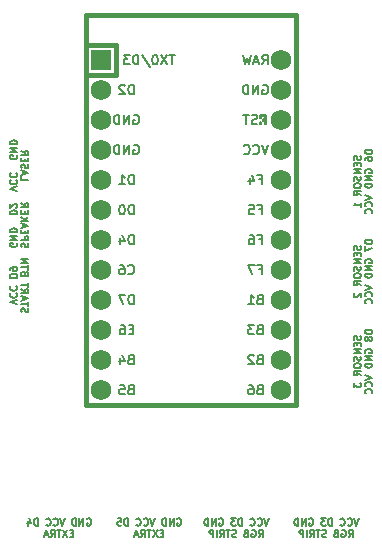
<source format=gbo>
G04 #@! TF.GenerationSoftware,KiCad,Pcbnew,(6.0.9-0)*
G04 #@! TF.CreationDate,2023-02-26T13:48:30+01:00*
G04 #@! TF.ProjectId,pro_micro_shield,70726f5f-6d69-4637-926f-5f736869656c,rev?*
G04 #@! TF.SameCoordinates,Original*
G04 #@! TF.FileFunction,Legend,Bot*
G04 #@! TF.FilePolarity,Positive*
%FSLAX46Y46*%
G04 Gerber Fmt 4.6, Leading zero omitted, Abs format (unit mm)*
G04 Created by KiCad (PCBNEW (6.0.9-0)) date 2023-02-26 13:48:30*
%MOMM*%
%LPD*%
G01*
G04 APERTURE LIST*
%ADD10C,0.150000*%
%ADD11C,0.381000*%
%ADD12R,1.752600X1.752600*%
%ADD13C,1.752600*%
G04 APERTURE END LIST*
D10*
X188837457Y-81140571D02*
X188866028Y-81226285D01*
X188866028Y-81369142D01*
X188837457Y-81426285D01*
X188808885Y-81454857D01*
X188751742Y-81483428D01*
X188694600Y-81483428D01*
X188637457Y-81454857D01*
X188608885Y-81426285D01*
X188580314Y-81369142D01*
X188551742Y-81254857D01*
X188523171Y-81197714D01*
X188494600Y-81169142D01*
X188437457Y-81140571D01*
X188380314Y-81140571D01*
X188323171Y-81169142D01*
X188294600Y-81197714D01*
X188266028Y-81254857D01*
X188266028Y-81397714D01*
X188294600Y-81483428D01*
X188551742Y-81740571D02*
X188551742Y-81940571D01*
X188866028Y-82026285D02*
X188866028Y-81740571D01*
X188266028Y-81740571D01*
X188266028Y-82026285D01*
X188866028Y-82283428D02*
X188266028Y-82283428D01*
X188866028Y-82626285D01*
X188266028Y-82626285D01*
X188837457Y-82883428D02*
X188866028Y-82969142D01*
X188866028Y-83112000D01*
X188837457Y-83169142D01*
X188808885Y-83197714D01*
X188751742Y-83226285D01*
X188694600Y-83226285D01*
X188637457Y-83197714D01*
X188608885Y-83169142D01*
X188580314Y-83112000D01*
X188551742Y-82997714D01*
X188523171Y-82940571D01*
X188494600Y-82912000D01*
X188437457Y-82883428D01*
X188380314Y-82883428D01*
X188323171Y-82912000D01*
X188294600Y-82940571D01*
X188266028Y-82997714D01*
X188266028Y-83140571D01*
X188294600Y-83226285D01*
X188266028Y-83597714D02*
X188266028Y-83712000D01*
X188294600Y-83769142D01*
X188351742Y-83826285D01*
X188466028Y-83854857D01*
X188666028Y-83854857D01*
X188780314Y-83826285D01*
X188837457Y-83769142D01*
X188866028Y-83712000D01*
X188866028Y-83597714D01*
X188837457Y-83540571D01*
X188780314Y-83483428D01*
X188666028Y-83454857D01*
X188466028Y-83454857D01*
X188351742Y-83483428D01*
X188294600Y-83540571D01*
X188266028Y-83597714D01*
X188866028Y-84454857D02*
X188580314Y-84254857D01*
X188866028Y-84112000D02*
X188266028Y-84112000D01*
X188266028Y-84340571D01*
X188294600Y-84397714D01*
X188323171Y-84426285D01*
X188380314Y-84454857D01*
X188466028Y-84454857D01*
X188523171Y-84426285D01*
X188551742Y-84397714D01*
X188580314Y-84340571D01*
X188580314Y-84112000D01*
X188866028Y-85483428D02*
X188866028Y-85140571D01*
X188866028Y-85312000D02*
X188266028Y-85312000D01*
X188351742Y-85254857D01*
X188408885Y-85197714D01*
X188437457Y-85140571D01*
X189832028Y-80640571D02*
X189232028Y-80640571D01*
X189232028Y-80783428D01*
X189260600Y-80869142D01*
X189317742Y-80926285D01*
X189374885Y-80954857D01*
X189489171Y-80983428D01*
X189574885Y-80983428D01*
X189689171Y-80954857D01*
X189746314Y-80926285D01*
X189803457Y-80869142D01*
X189832028Y-80783428D01*
X189832028Y-80640571D01*
X189232028Y-81497714D02*
X189232028Y-81383428D01*
X189260600Y-81326285D01*
X189289171Y-81297714D01*
X189374885Y-81240571D01*
X189489171Y-81212000D01*
X189717742Y-81212000D01*
X189774885Y-81240571D01*
X189803457Y-81269142D01*
X189832028Y-81326285D01*
X189832028Y-81440571D01*
X189803457Y-81497714D01*
X189774885Y-81526285D01*
X189717742Y-81554857D01*
X189574885Y-81554857D01*
X189517742Y-81526285D01*
X189489171Y-81497714D01*
X189460600Y-81440571D01*
X189460600Y-81326285D01*
X189489171Y-81269142D01*
X189517742Y-81240571D01*
X189574885Y-81212000D01*
X189260600Y-82583428D02*
X189232028Y-82526285D01*
X189232028Y-82440571D01*
X189260600Y-82354857D01*
X189317742Y-82297714D01*
X189374885Y-82269142D01*
X189489171Y-82240571D01*
X189574885Y-82240571D01*
X189689171Y-82269142D01*
X189746314Y-82297714D01*
X189803457Y-82354857D01*
X189832028Y-82440571D01*
X189832028Y-82497714D01*
X189803457Y-82583428D01*
X189774885Y-82612000D01*
X189574885Y-82612000D01*
X189574885Y-82497714D01*
X189832028Y-82869142D02*
X189232028Y-82869142D01*
X189832028Y-83212000D01*
X189232028Y-83212000D01*
X189832028Y-83497714D02*
X189232028Y-83497714D01*
X189232028Y-83640571D01*
X189260600Y-83726285D01*
X189317742Y-83783428D01*
X189374885Y-83812000D01*
X189489171Y-83840571D01*
X189574885Y-83840571D01*
X189689171Y-83812000D01*
X189746314Y-83783428D01*
X189803457Y-83726285D01*
X189832028Y-83640571D01*
X189832028Y-83497714D01*
X189232028Y-84469142D02*
X189832028Y-84669142D01*
X189232028Y-84869142D01*
X189774885Y-85412000D02*
X189803457Y-85383428D01*
X189832028Y-85297714D01*
X189832028Y-85240571D01*
X189803457Y-85154857D01*
X189746314Y-85097714D01*
X189689171Y-85069142D01*
X189574885Y-85040571D01*
X189489171Y-85040571D01*
X189374885Y-85069142D01*
X189317742Y-85097714D01*
X189260600Y-85154857D01*
X189232028Y-85240571D01*
X189232028Y-85297714D01*
X189260600Y-85383428D01*
X189289171Y-85412000D01*
X189774885Y-86012000D02*
X189803457Y-85983428D01*
X189832028Y-85897714D01*
X189832028Y-85840571D01*
X189803457Y-85754857D01*
X189746314Y-85697714D01*
X189689171Y-85669142D01*
X189574885Y-85640571D01*
X189489171Y-85640571D01*
X189374885Y-85669142D01*
X189317742Y-85697714D01*
X189260600Y-85754857D01*
X189232028Y-85840571D01*
X189232028Y-85897714D01*
X189260600Y-85983428D01*
X189289171Y-86012000D01*
X160158542Y-88891828D02*
X160129971Y-88806114D01*
X160129971Y-88663257D01*
X160158542Y-88606114D01*
X160187114Y-88577542D01*
X160244257Y-88548971D01*
X160301400Y-88548971D01*
X160358542Y-88577542D01*
X160387114Y-88606114D01*
X160415685Y-88663257D01*
X160444257Y-88777542D01*
X160472828Y-88834685D01*
X160501400Y-88863257D01*
X160558542Y-88891828D01*
X160615685Y-88891828D01*
X160672828Y-88863257D01*
X160701400Y-88834685D01*
X160729971Y-88777542D01*
X160729971Y-88634685D01*
X160701400Y-88548971D01*
X160129971Y-88291828D02*
X160729971Y-88291828D01*
X160729971Y-88063257D01*
X160701400Y-88006114D01*
X160672828Y-87977542D01*
X160615685Y-87948971D01*
X160529971Y-87948971D01*
X160472828Y-87977542D01*
X160444257Y-88006114D01*
X160415685Y-88063257D01*
X160415685Y-88291828D01*
X160444257Y-87691828D02*
X160444257Y-87491828D01*
X160129971Y-87406114D02*
X160129971Y-87691828D01*
X160729971Y-87691828D01*
X160729971Y-87406114D01*
X160301400Y-87177542D02*
X160301400Y-86891828D01*
X160129971Y-87234685D02*
X160729971Y-87034685D01*
X160129971Y-86834685D01*
X160129971Y-86634685D02*
X160729971Y-86634685D01*
X160129971Y-86291828D02*
X160472828Y-86548971D01*
X160729971Y-86291828D02*
X160387114Y-86634685D01*
X160444257Y-86034685D02*
X160444257Y-85834685D01*
X160129971Y-85748971D02*
X160129971Y-86034685D01*
X160729971Y-86034685D01*
X160729971Y-85748971D01*
X160129971Y-85148971D02*
X160415685Y-85348971D01*
X160129971Y-85491828D02*
X160729971Y-85491828D01*
X160729971Y-85263257D01*
X160701400Y-85206114D01*
X160672828Y-85177542D01*
X160615685Y-85148971D01*
X160529971Y-85148971D01*
X160472828Y-85177542D01*
X160444257Y-85206114D01*
X160415685Y-85263257D01*
X160415685Y-85491828D01*
X159735400Y-88520400D02*
X159763971Y-88577542D01*
X159763971Y-88663257D01*
X159735400Y-88748971D01*
X159678257Y-88806114D01*
X159621114Y-88834685D01*
X159506828Y-88863257D01*
X159421114Y-88863257D01*
X159306828Y-88834685D01*
X159249685Y-88806114D01*
X159192542Y-88748971D01*
X159163971Y-88663257D01*
X159163971Y-88606114D01*
X159192542Y-88520400D01*
X159221114Y-88491828D01*
X159421114Y-88491828D01*
X159421114Y-88606114D01*
X159163971Y-88234685D02*
X159763971Y-88234685D01*
X159163971Y-87891828D01*
X159763971Y-87891828D01*
X159163971Y-87606114D02*
X159763971Y-87606114D01*
X159763971Y-87463257D01*
X159735400Y-87377542D01*
X159678257Y-87320400D01*
X159621114Y-87291828D01*
X159506828Y-87263257D01*
X159421114Y-87263257D01*
X159306828Y-87291828D01*
X159249685Y-87320400D01*
X159192542Y-87377542D01*
X159163971Y-87463257D01*
X159163971Y-87606114D01*
X159163971Y-86091828D02*
X159763971Y-86091828D01*
X159763971Y-85948971D01*
X159735400Y-85863257D01*
X159678257Y-85806114D01*
X159621114Y-85777542D01*
X159506828Y-85748971D01*
X159421114Y-85748971D01*
X159306828Y-85777542D01*
X159249685Y-85806114D01*
X159192542Y-85863257D01*
X159163971Y-85948971D01*
X159163971Y-86091828D01*
X159706828Y-85520400D02*
X159735400Y-85491828D01*
X159763971Y-85434685D01*
X159763971Y-85291828D01*
X159735400Y-85234685D01*
X159706828Y-85206114D01*
X159649685Y-85177542D01*
X159592542Y-85177542D01*
X159506828Y-85206114D01*
X159163971Y-85548971D01*
X159163971Y-85177542D01*
X165671942Y-111866000D02*
X165729085Y-111837428D01*
X165814800Y-111837428D01*
X165900514Y-111866000D01*
X165957657Y-111923142D01*
X165986228Y-111980285D01*
X166014800Y-112094571D01*
X166014800Y-112180285D01*
X165986228Y-112294571D01*
X165957657Y-112351714D01*
X165900514Y-112408857D01*
X165814800Y-112437428D01*
X165757657Y-112437428D01*
X165671942Y-112408857D01*
X165643371Y-112380285D01*
X165643371Y-112180285D01*
X165757657Y-112180285D01*
X165386228Y-112437428D02*
X165386228Y-111837428D01*
X165043371Y-112437428D01*
X165043371Y-111837428D01*
X164757657Y-112437428D02*
X164757657Y-111837428D01*
X164614800Y-111837428D01*
X164529085Y-111866000D01*
X164471942Y-111923142D01*
X164443371Y-111980285D01*
X164414800Y-112094571D01*
X164414800Y-112180285D01*
X164443371Y-112294571D01*
X164471942Y-112351714D01*
X164529085Y-112408857D01*
X164614800Y-112437428D01*
X164757657Y-112437428D01*
X163786228Y-111837428D02*
X163586228Y-112437428D01*
X163386228Y-111837428D01*
X162843371Y-112380285D02*
X162871942Y-112408857D01*
X162957657Y-112437428D01*
X163014800Y-112437428D01*
X163100514Y-112408857D01*
X163157657Y-112351714D01*
X163186228Y-112294571D01*
X163214800Y-112180285D01*
X163214800Y-112094571D01*
X163186228Y-111980285D01*
X163157657Y-111923142D01*
X163100514Y-111866000D01*
X163014800Y-111837428D01*
X162957657Y-111837428D01*
X162871942Y-111866000D01*
X162843371Y-111894571D01*
X162243371Y-112380285D02*
X162271942Y-112408857D01*
X162357657Y-112437428D01*
X162414800Y-112437428D01*
X162500514Y-112408857D01*
X162557657Y-112351714D01*
X162586228Y-112294571D01*
X162614800Y-112180285D01*
X162614800Y-112094571D01*
X162586228Y-111980285D01*
X162557657Y-111923142D01*
X162500514Y-111866000D01*
X162414800Y-111837428D01*
X162357657Y-111837428D01*
X162271942Y-111866000D01*
X162243371Y-111894571D01*
X161529085Y-112437428D02*
X161529085Y-111837428D01*
X161386228Y-111837428D01*
X161300514Y-111866000D01*
X161243371Y-111923142D01*
X161214800Y-111980285D01*
X161186228Y-112094571D01*
X161186228Y-112180285D01*
X161214800Y-112294571D01*
X161243371Y-112351714D01*
X161300514Y-112408857D01*
X161386228Y-112437428D01*
X161529085Y-112437428D01*
X160671942Y-112037428D02*
X160671942Y-112437428D01*
X160814800Y-111808857D02*
X160957657Y-112237428D01*
X160586228Y-112237428D01*
X164514800Y-113089142D02*
X164314800Y-113089142D01*
X164229085Y-113403428D02*
X164514800Y-113403428D01*
X164514800Y-112803428D01*
X164229085Y-112803428D01*
X164029085Y-112803428D02*
X163629085Y-113403428D01*
X163629085Y-112803428D02*
X164029085Y-113403428D01*
X163486228Y-112803428D02*
X163143371Y-112803428D01*
X163314800Y-113403428D02*
X163314800Y-112803428D01*
X162600514Y-113403428D02*
X162800514Y-113117714D01*
X162943371Y-113403428D02*
X162943371Y-112803428D01*
X162714800Y-112803428D01*
X162657657Y-112832000D01*
X162629085Y-112860571D01*
X162600514Y-112917714D01*
X162600514Y-113003428D01*
X162629085Y-113060571D01*
X162657657Y-113089142D01*
X162714800Y-113117714D01*
X162943371Y-113117714D01*
X162371942Y-113232000D02*
X162086228Y-113232000D01*
X162429085Y-113403428D02*
X162229085Y-112803428D01*
X162029085Y-113403428D01*
X181065142Y-111837428D02*
X180865142Y-112437428D01*
X180665142Y-111837428D01*
X180122285Y-112380285D02*
X180150857Y-112408857D01*
X180236571Y-112437428D01*
X180293714Y-112437428D01*
X180379428Y-112408857D01*
X180436571Y-112351714D01*
X180465142Y-112294571D01*
X180493714Y-112180285D01*
X180493714Y-112094571D01*
X180465142Y-111980285D01*
X180436571Y-111923142D01*
X180379428Y-111866000D01*
X180293714Y-111837428D01*
X180236571Y-111837428D01*
X180150857Y-111866000D01*
X180122285Y-111894571D01*
X179522285Y-112380285D02*
X179550857Y-112408857D01*
X179636571Y-112437428D01*
X179693714Y-112437428D01*
X179779428Y-112408857D01*
X179836571Y-112351714D01*
X179865142Y-112294571D01*
X179893714Y-112180285D01*
X179893714Y-112094571D01*
X179865142Y-111980285D01*
X179836571Y-111923142D01*
X179779428Y-111866000D01*
X179693714Y-111837428D01*
X179636571Y-111837428D01*
X179550857Y-111866000D01*
X179522285Y-111894571D01*
X178808000Y-112437428D02*
X178808000Y-111837428D01*
X178665142Y-111837428D01*
X178579428Y-111866000D01*
X178522285Y-111923142D01*
X178493714Y-111980285D01*
X178465142Y-112094571D01*
X178465142Y-112180285D01*
X178493714Y-112294571D01*
X178522285Y-112351714D01*
X178579428Y-112408857D01*
X178665142Y-112437428D01*
X178808000Y-112437428D01*
X178265142Y-111837428D02*
X177893714Y-111837428D01*
X178093714Y-112066000D01*
X178008000Y-112066000D01*
X177950857Y-112094571D01*
X177922285Y-112123142D01*
X177893714Y-112180285D01*
X177893714Y-112323142D01*
X177922285Y-112380285D01*
X177950857Y-112408857D01*
X178008000Y-112437428D01*
X178179428Y-112437428D01*
X178236571Y-112408857D01*
X178265142Y-112380285D01*
X176865142Y-111866000D02*
X176922285Y-111837428D01*
X177008000Y-111837428D01*
X177093714Y-111866000D01*
X177150857Y-111923142D01*
X177179428Y-111980285D01*
X177208000Y-112094571D01*
X177208000Y-112180285D01*
X177179428Y-112294571D01*
X177150857Y-112351714D01*
X177093714Y-112408857D01*
X177008000Y-112437428D01*
X176950857Y-112437428D01*
X176865142Y-112408857D01*
X176836571Y-112380285D01*
X176836571Y-112180285D01*
X176950857Y-112180285D01*
X176579428Y-112437428D02*
X176579428Y-111837428D01*
X176236571Y-112437428D01*
X176236571Y-111837428D01*
X175950857Y-112437428D02*
X175950857Y-111837428D01*
X175808000Y-111837428D01*
X175722285Y-111866000D01*
X175665142Y-111923142D01*
X175636571Y-111980285D01*
X175608000Y-112094571D01*
X175608000Y-112180285D01*
X175636571Y-112294571D01*
X175665142Y-112351714D01*
X175722285Y-112408857D01*
X175808000Y-112437428D01*
X175950857Y-112437428D01*
X180208000Y-113403428D02*
X180408000Y-113117714D01*
X180550857Y-113403428D02*
X180550857Y-112803428D01*
X180322285Y-112803428D01*
X180265142Y-112832000D01*
X180236571Y-112860571D01*
X180208000Y-112917714D01*
X180208000Y-113003428D01*
X180236571Y-113060571D01*
X180265142Y-113089142D01*
X180322285Y-113117714D01*
X180550857Y-113117714D01*
X179636571Y-112832000D02*
X179693714Y-112803428D01*
X179779428Y-112803428D01*
X179865142Y-112832000D01*
X179922285Y-112889142D01*
X179950857Y-112946285D01*
X179979428Y-113060571D01*
X179979428Y-113146285D01*
X179950857Y-113260571D01*
X179922285Y-113317714D01*
X179865142Y-113374857D01*
X179779428Y-113403428D01*
X179722285Y-113403428D01*
X179636571Y-113374857D01*
X179608000Y-113346285D01*
X179608000Y-113146285D01*
X179722285Y-113146285D01*
X179150857Y-113089142D02*
X179065142Y-113117714D01*
X179036571Y-113146285D01*
X179008000Y-113203428D01*
X179008000Y-113289142D01*
X179036571Y-113346285D01*
X179065142Y-113374857D01*
X179122285Y-113403428D01*
X179350857Y-113403428D01*
X179350857Y-112803428D01*
X179150857Y-112803428D01*
X179093714Y-112832000D01*
X179065142Y-112860571D01*
X179036571Y-112917714D01*
X179036571Y-112974857D01*
X179065142Y-113032000D01*
X179093714Y-113060571D01*
X179150857Y-113089142D01*
X179350857Y-113089142D01*
X178322285Y-113374857D02*
X178236571Y-113403428D01*
X178093714Y-113403428D01*
X178036571Y-113374857D01*
X178008000Y-113346285D01*
X177979428Y-113289142D01*
X177979428Y-113232000D01*
X178008000Y-113174857D01*
X178036571Y-113146285D01*
X178093714Y-113117714D01*
X178208000Y-113089142D01*
X178265142Y-113060571D01*
X178293714Y-113032000D01*
X178322285Y-112974857D01*
X178322285Y-112917714D01*
X178293714Y-112860571D01*
X178265142Y-112832000D01*
X178208000Y-112803428D01*
X178065142Y-112803428D01*
X177979428Y-112832000D01*
X177808000Y-112803428D02*
X177465142Y-112803428D01*
X177636571Y-113403428D02*
X177636571Y-112803428D01*
X176922285Y-113403428D02*
X177122285Y-113117714D01*
X177265142Y-113403428D02*
X177265142Y-112803428D01*
X177036571Y-112803428D01*
X176979428Y-112832000D01*
X176950857Y-112860571D01*
X176922285Y-112917714D01*
X176922285Y-113003428D01*
X176950857Y-113060571D01*
X176979428Y-113089142D01*
X177036571Y-113117714D01*
X177265142Y-113117714D01*
X176665142Y-113403428D02*
X176665142Y-112803428D01*
X176379428Y-113403428D02*
X176379428Y-112803428D01*
X176150857Y-112803428D01*
X176093714Y-112832000D01*
X176065142Y-112860571D01*
X176036571Y-112917714D01*
X176036571Y-113003428D01*
X176065142Y-113060571D01*
X176093714Y-113089142D01*
X176150857Y-113117714D01*
X176379428Y-113117714D01*
X188837457Y-96380571D02*
X188866028Y-96466285D01*
X188866028Y-96609142D01*
X188837457Y-96666285D01*
X188808885Y-96694857D01*
X188751742Y-96723428D01*
X188694600Y-96723428D01*
X188637457Y-96694857D01*
X188608885Y-96666285D01*
X188580314Y-96609142D01*
X188551742Y-96494857D01*
X188523171Y-96437714D01*
X188494600Y-96409142D01*
X188437457Y-96380571D01*
X188380314Y-96380571D01*
X188323171Y-96409142D01*
X188294600Y-96437714D01*
X188266028Y-96494857D01*
X188266028Y-96637714D01*
X188294600Y-96723428D01*
X188551742Y-96980571D02*
X188551742Y-97180571D01*
X188866028Y-97266285D02*
X188866028Y-96980571D01*
X188266028Y-96980571D01*
X188266028Y-97266285D01*
X188866028Y-97523428D02*
X188266028Y-97523428D01*
X188866028Y-97866285D01*
X188266028Y-97866285D01*
X188837457Y-98123428D02*
X188866028Y-98209142D01*
X188866028Y-98352000D01*
X188837457Y-98409142D01*
X188808885Y-98437714D01*
X188751742Y-98466285D01*
X188694600Y-98466285D01*
X188637457Y-98437714D01*
X188608885Y-98409142D01*
X188580314Y-98352000D01*
X188551742Y-98237714D01*
X188523171Y-98180571D01*
X188494600Y-98152000D01*
X188437457Y-98123428D01*
X188380314Y-98123428D01*
X188323171Y-98152000D01*
X188294600Y-98180571D01*
X188266028Y-98237714D01*
X188266028Y-98380571D01*
X188294600Y-98466285D01*
X188266028Y-98837714D02*
X188266028Y-98952000D01*
X188294600Y-99009142D01*
X188351742Y-99066285D01*
X188466028Y-99094857D01*
X188666028Y-99094857D01*
X188780314Y-99066285D01*
X188837457Y-99009142D01*
X188866028Y-98952000D01*
X188866028Y-98837714D01*
X188837457Y-98780571D01*
X188780314Y-98723428D01*
X188666028Y-98694857D01*
X188466028Y-98694857D01*
X188351742Y-98723428D01*
X188294600Y-98780571D01*
X188266028Y-98837714D01*
X188866028Y-99694857D02*
X188580314Y-99494857D01*
X188866028Y-99352000D02*
X188266028Y-99352000D01*
X188266028Y-99580571D01*
X188294600Y-99637714D01*
X188323171Y-99666285D01*
X188380314Y-99694857D01*
X188466028Y-99694857D01*
X188523171Y-99666285D01*
X188551742Y-99637714D01*
X188580314Y-99580571D01*
X188580314Y-99352000D01*
X188266028Y-100352000D02*
X188266028Y-100723428D01*
X188494600Y-100523428D01*
X188494600Y-100609142D01*
X188523171Y-100666285D01*
X188551742Y-100694857D01*
X188608885Y-100723428D01*
X188751742Y-100723428D01*
X188808885Y-100694857D01*
X188837457Y-100666285D01*
X188866028Y-100609142D01*
X188866028Y-100437714D01*
X188837457Y-100380571D01*
X188808885Y-100352000D01*
X189832028Y-95880571D02*
X189232028Y-95880571D01*
X189232028Y-96023428D01*
X189260600Y-96109142D01*
X189317742Y-96166285D01*
X189374885Y-96194857D01*
X189489171Y-96223428D01*
X189574885Y-96223428D01*
X189689171Y-96194857D01*
X189746314Y-96166285D01*
X189803457Y-96109142D01*
X189832028Y-96023428D01*
X189832028Y-95880571D01*
X189489171Y-96566285D02*
X189460600Y-96509142D01*
X189432028Y-96480571D01*
X189374885Y-96452000D01*
X189346314Y-96452000D01*
X189289171Y-96480571D01*
X189260600Y-96509142D01*
X189232028Y-96566285D01*
X189232028Y-96680571D01*
X189260600Y-96737714D01*
X189289171Y-96766285D01*
X189346314Y-96794857D01*
X189374885Y-96794857D01*
X189432028Y-96766285D01*
X189460600Y-96737714D01*
X189489171Y-96680571D01*
X189489171Y-96566285D01*
X189517742Y-96509142D01*
X189546314Y-96480571D01*
X189603457Y-96452000D01*
X189717742Y-96452000D01*
X189774885Y-96480571D01*
X189803457Y-96509142D01*
X189832028Y-96566285D01*
X189832028Y-96680571D01*
X189803457Y-96737714D01*
X189774885Y-96766285D01*
X189717742Y-96794857D01*
X189603457Y-96794857D01*
X189546314Y-96766285D01*
X189517742Y-96737714D01*
X189489171Y-96680571D01*
X189260600Y-97823428D02*
X189232028Y-97766285D01*
X189232028Y-97680571D01*
X189260600Y-97594857D01*
X189317742Y-97537714D01*
X189374885Y-97509142D01*
X189489171Y-97480571D01*
X189574885Y-97480571D01*
X189689171Y-97509142D01*
X189746314Y-97537714D01*
X189803457Y-97594857D01*
X189832028Y-97680571D01*
X189832028Y-97737714D01*
X189803457Y-97823428D01*
X189774885Y-97852000D01*
X189574885Y-97852000D01*
X189574885Y-97737714D01*
X189832028Y-98109142D02*
X189232028Y-98109142D01*
X189832028Y-98452000D01*
X189232028Y-98452000D01*
X189832028Y-98737714D02*
X189232028Y-98737714D01*
X189232028Y-98880571D01*
X189260600Y-98966285D01*
X189317742Y-99023428D01*
X189374885Y-99052000D01*
X189489171Y-99080571D01*
X189574885Y-99080571D01*
X189689171Y-99052000D01*
X189746314Y-99023428D01*
X189803457Y-98966285D01*
X189832028Y-98880571D01*
X189832028Y-98737714D01*
X189232028Y-99709142D02*
X189832028Y-99909142D01*
X189232028Y-100109142D01*
X189774885Y-100652000D02*
X189803457Y-100623428D01*
X189832028Y-100537714D01*
X189832028Y-100480571D01*
X189803457Y-100394857D01*
X189746314Y-100337714D01*
X189689171Y-100309142D01*
X189574885Y-100280571D01*
X189489171Y-100280571D01*
X189374885Y-100309142D01*
X189317742Y-100337714D01*
X189260600Y-100394857D01*
X189232028Y-100480571D01*
X189232028Y-100537714D01*
X189260600Y-100623428D01*
X189289171Y-100652000D01*
X189774885Y-101252000D02*
X189803457Y-101223428D01*
X189832028Y-101137714D01*
X189832028Y-101080571D01*
X189803457Y-100994857D01*
X189746314Y-100937714D01*
X189689171Y-100909142D01*
X189574885Y-100880571D01*
X189489171Y-100880571D01*
X189374885Y-100909142D01*
X189317742Y-100937714D01*
X189260600Y-100994857D01*
X189232028Y-101080571D01*
X189232028Y-101137714D01*
X189260600Y-101223428D01*
X189289171Y-101252000D01*
X160158542Y-94357542D02*
X160129971Y-94271828D01*
X160129971Y-94128971D01*
X160158542Y-94071828D01*
X160187114Y-94043257D01*
X160244257Y-94014685D01*
X160301400Y-94014685D01*
X160358542Y-94043257D01*
X160387114Y-94071828D01*
X160415685Y-94128971D01*
X160444257Y-94243257D01*
X160472828Y-94300400D01*
X160501400Y-94328971D01*
X160558542Y-94357542D01*
X160615685Y-94357542D01*
X160672828Y-94328971D01*
X160701400Y-94300400D01*
X160729971Y-94243257D01*
X160729971Y-94100400D01*
X160701400Y-94014685D01*
X160729971Y-93843257D02*
X160729971Y-93500400D01*
X160129971Y-93671828D02*
X160729971Y-93671828D01*
X160301400Y-93328971D02*
X160301400Y-93043257D01*
X160129971Y-93386114D02*
X160729971Y-93186114D01*
X160129971Y-92986114D01*
X160129971Y-92443257D02*
X160415685Y-92643257D01*
X160129971Y-92786114D02*
X160729971Y-92786114D01*
X160729971Y-92557542D01*
X160701400Y-92500400D01*
X160672828Y-92471828D01*
X160615685Y-92443257D01*
X160529971Y-92443257D01*
X160472828Y-92471828D01*
X160444257Y-92500400D01*
X160415685Y-92557542D01*
X160415685Y-92786114D01*
X160729971Y-92271828D02*
X160729971Y-91928971D01*
X160129971Y-92100400D02*
X160729971Y-92100400D01*
X160444257Y-91071828D02*
X160415685Y-90986114D01*
X160387114Y-90957542D01*
X160329971Y-90928971D01*
X160244257Y-90928971D01*
X160187114Y-90957542D01*
X160158542Y-90986114D01*
X160129971Y-91043257D01*
X160129971Y-91271828D01*
X160729971Y-91271828D01*
X160729971Y-91071828D01*
X160701400Y-91014685D01*
X160672828Y-90986114D01*
X160615685Y-90957542D01*
X160558542Y-90957542D01*
X160501400Y-90986114D01*
X160472828Y-91014685D01*
X160444257Y-91071828D01*
X160444257Y-91271828D01*
X160729971Y-90757542D02*
X160729971Y-90414685D01*
X160129971Y-90586114D02*
X160729971Y-90586114D01*
X160129971Y-90214685D02*
X160729971Y-90214685D01*
X160129971Y-89871828D01*
X160729971Y-89871828D01*
X159763971Y-93714685D02*
X159163971Y-93514685D01*
X159763971Y-93314685D01*
X159221114Y-92771828D02*
X159192542Y-92800400D01*
X159163971Y-92886114D01*
X159163971Y-92943257D01*
X159192542Y-93028971D01*
X159249685Y-93086114D01*
X159306828Y-93114685D01*
X159421114Y-93143257D01*
X159506828Y-93143257D01*
X159621114Y-93114685D01*
X159678257Y-93086114D01*
X159735400Y-93028971D01*
X159763971Y-92943257D01*
X159763971Y-92886114D01*
X159735400Y-92800400D01*
X159706828Y-92771828D01*
X159221114Y-92171828D02*
X159192542Y-92200400D01*
X159163971Y-92286114D01*
X159163971Y-92343257D01*
X159192542Y-92428971D01*
X159249685Y-92486114D01*
X159306828Y-92514685D01*
X159421114Y-92543257D01*
X159506828Y-92543257D01*
X159621114Y-92514685D01*
X159678257Y-92486114D01*
X159735400Y-92428971D01*
X159763971Y-92343257D01*
X159763971Y-92286114D01*
X159735400Y-92200400D01*
X159706828Y-92171828D01*
X159163971Y-91457542D02*
X159763971Y-91457542D01*
X159763971Y-91314685D01*
X159735400Y-91228971D01*
X159678257Y-91171828D01*
X159621114Y-91143257D01*
X159506828Y-91114685D01*
X159421114Y-91114685D01*
X159306828Y-91143257D01*
X159249685Y-91171828D01*
X159192542Y-91228971D01*
X159163971Y-91314685D01*
X159163971Y-91457542D01*
X159163971Y-90828971D02*
X159163971Y-90714685D01*
X159192542Y-90657542D01*
X159221114Y-90628971D01*
X159306828Y-90571828D01*
X159421114Y-90543257D01*
X159649685Y-90543257D01*
X159706828Y-90571828D01*
X159735400Y-90600400D01*
X159763971Y-90657542D01*
X159763971Y-90771828D01*
X159735400Y-90828971D01*
X159706828Y-90857542D01*
X159649685Y-90886114D01*
X159506828Y-90886114D01*
X159449685Y-90857542D01*
X159421114Y-90828971D01*
X159392542Y-90771828D01*
X159392542Y-90657542D01*
X159421114Y-90600400D01*
X159449685Y-90571828D01*
X159506828Y-90543257D01*
X188837457Y-88760571D02*
X188866028Y-88846285D01*
X188866028Y-88989142D01*
X188837457Y-89046285D01*
X188808885Y-89074857D01*
X188751742Y-89103428D01*
X188694600Y-89103428D01*
X188637457Y-89074857D01*
X188608885Y-89046285D01*
X188580314Y-88989142D01*
X188551742Y-88874857D01*
X188523171Y-88817714D01*
X188494600Y-88789142D01*
X188437457Y-88760571D01*
X188380314Y-88760571D01*
X188323171Y-88789142D01*
X188294600Y-88817714D01*
X188266028Y-88874857D01*
X188266028Y-89017714D01*
X188294600Y-89103428D01*
X188551742Y-89360571D02*
X188551742Y-89560571D01*
X188866028Y-89646285D02*
X188866028Y-89360571D01*
X188266028Y-89360571D01*
X188266028Y-89646285D01*
X188866028Y-89903428D02*
X188266028Y-89903428D01*
X188866028Y-90246285D01*
X188266028Y-90246285D01*
X188837457Y-90503428D02*
X188866028Y-90589142D01*
X188866028Y-90732000D01*
X188837457Y-90789142D01*
X188808885Y-90817714D01*
X188751742Y-90846285D01*
X188694600Y-90846285D01*
X188637457Y-90817714D01*
X188608885Y-90789142D01*
X188580314Y-90732000D01*
X188551742Y-90617714D01*
X188523171Y-90560571D01*
X188494600Y-90532000D01*
X188437457Y-90503428D01*
X188380314Y-90503428D01*
X188323171Y-90532000D01*
X188294600Y-90560571D01*
X188266028Y-90617714D01*
X188266028Y-90760571D01*
X188294600Y-90846285D01*
X188266028Y-91217714D02*
X188266028Y-91332000D01*
X188294600Y-91389142D01*
X188351742Y-91446285D01*
X188466028Y-91474857D01*
X188666028Y-91474857D01*
X188780314Y-91446285D01*
X188837457Y-91389142D01*
X188866028Y-91332000D01*
X188866028Y-91217714D01*
X188837457Y-91160571D01*
X188780314Y-91103428D01*
X188666028Y-91074857D01*
X188466028Y-91074857D01*
X188351742Y-91103428D01*
X188294600Y-91160571D01*
X188266028Y-91217714D01*
X188866028Y-92074857D02*
X188580314Y-91874857D01*
X188866028Y-91732000D02*
X188266028Y-91732000D01*
X188266028Y-91960571D01*
X188294600Y-92017714D01*
X188323171Y-92046285D01*
X188380314Y-92074857D01*
X188466028Y-92074857D01*
X188523171Y-92046285D01*
X188551742Y-92017714D01*
X188580314Y-91960571D01*
X188580314Y-91732000D01*
X188323171Y-92760571D02*
X188294600Y-92789142D01*
X188266028Y-92846285D01*
X188266028Y-92989142D01*
X188294600Y-93046285D01*
X188323171Y-93074857D01*
X188380314Y-93103428D01*
X188437457Y-93103428D01*
X188523171Y-93074857D01*
X188866028Y-92732000D01*
X188866028Y-93103428D01*
X189832028Y-88260571D02*
X189232028Y-88260571D01*
X189232028Y-88403428D01*
X189260600Y-88489142D01*
X189317742Y-88546285D01*
X189374885Y-88574857D01*
X189489171Y-88603428D01*
X189574885Y-88603428D01*
X189689171Y-88574857D01*
X189746314Y-88546285D01*
X189803457Y-88489142D01*
X189832028Y-88403428D01*
X189832028Y-88260571D01*
X189232028Y-88803428D02*
X189232028Y-89203428D01*
X189832028Y-88946285D01*
X189260600Y-90203428D02*
X189232028Y-90146285D01*
X189232028Y-90060571D01*
X189260600Y-89974857D01*
X189317742Y-89917714D01*
X189374885Y-89889142D01*
X189489171Y-89860571D01*
X189574885Y-89860571D01*
X189689171Y-89889142D01*
X189746314Y-89917714D01*
X189803457Y-89974857D01*
X189832028Y-90060571D01*
X189832028Y-90117714D01*
X189803457Y-90203428D01*
X189774885Y-90232000D01*
X189574885Y-90232000D01*
X189574885Y-90117714D01*
X189832028Y-90489142D02*
X189232028Y-90489142D01*
X189832028Y-90832000D01*
X189232028Y-90832000D01*
X189832028Y-91117714D02*
X189232028Y-91117714D01*
X189232028Y-91260571D01*
X189260600Y-91346285D01*
X189317742Y-91403428D01*
X189374885Y-91432000D01*
X189489171Y-91460571D01*
X189574885Y-91460571D01*
X189689171Y-91432000D01*
X189746314Y-91403428D01*
X189803457Y-91346285D01*
X189832028Y-91260571D01*
X189832028Y-91117714D01*
X189232028Y-92089142D02*
X189832028Y-92289142D01*
X189232028Y-92489142D01*
X189774885Y-93032000D02*
X189803457Y-93003428D01*
X189832028Y-92917714D01*
X189832028Y-92860571D01*
X189803457Y-92774857D01*
X189746314Y-92717714D01*
X189689171Y-92689142D01*
X189574885Y-92660571D01*
X189489171Y-92660571D01*
X189374885Y-92689142D01*
X189317742Y-92717714D01*
X189260600Y-92774857D01*
X189232028Y-92860571D01*
X189232028Y-92917714D01*
X189260600Y-93003428D01*
X189289171Y-93032000D01*
X189774885Y-93632000D02*
X189803457Y-93603428D01*
X189832028Y-93517714D01*
X189832028Y-93460571D01*
X189803457Y-93374857D01*
X189746314Y-93317714D01*
X189689171Y-93289142D01*
X189574885Y-93260571D01*
X189489171Y-93260571D01*
X189374885Y-93289142D01*
X189317742Y-93317714D01*
X189260600Y-93374857D01*
X189232028Y-93460571D01*
X189232028Y-93517714D01*
X189260600Y-93603428D01*
X189289171Y-93632000D01*
X188685142Y-111837428D02*
X188485142Y-112437428D01*
X188285142Y-111837428D01*
X187742285Y-112380285D02*
X187770857Y-112408857D01*
X187856571Y-112437428D01*
X187913714Y-112437428D01*
X187999428Y-112408857D01*
X188056571Y-112351714D01*
X188085142Y-112294571D01*
X188113714Y-112180285D01*
X188113714Y-112094571D01*
X188085142Y-111980285D01*
X188056571Y-111923142D01*
X187999428Y-111866000D01*
X187913714Y-111837428D01*
X187856571Y-111837428D01*
X187770857Y-111866000D01*
X187742285Y-111894571D01*
X187142285Y-112380285D02*
X187170857Y-112408857D01*
X187256571Y-112437428D01*
X187313714Y-112437428D01*
X187399428Y-112408857D01*
X187456571Y-112351714D01*
X187485142Y-112294571D01*
X187513714Y-112180285D01*
X187513714Y-112094571D01*
X187485142Y-111980285D01*
X187456571Y-111923142D01*
X187399428Y-111866000D01*
X187313714Y-111837428D01*
X187256571Y-111837428D01*
X187170857Y-111866000D01*
X187142285Y-111894571D01*
X186428000Y-112437428D02*
X186428000Y-111837428D01*
X186285142Y-111837428D01*
X186199428Y-111866000D01*
X186142285Y-111923142D01*
X186113714Y-111980285D01*
X186085142Y-112094571D01*
X186085142Y-112180285D01*
X186113714Y-112294571D01*
X186142285Y-112351714D01*
X186199428Y-112408857D01*
X186285142Y-112437428D01*
X186428000Y-112437428D01*
X185885142Y-111837428D02*
X185513714Y-111837428D01*
X185713714Y-112066000D01*
X185628000Y-112066000D01*
X185570857Y-112094571D01*
X185542285Y-112123142D01*
X185513714Y-112180285D01*
X185513714Y-112323142D01*
X185542285Y-112380285D01*
X185570857Y-112408857D01*
X185628000Y-112437428D01*
X185799428Y-112437428D01*
X185856571Y-112408857D01*
X185885142Y-112380285D01*
X184485142Y-111866000D02*
X184542285Y-111837428D01*
X184628000Y-111837428D01*
X184713714Y-111866000D01*
X184770857Y-111923142D01*
X184799428Y-111980285D01*
X184828000Y-112094571D01*
X184828000Y-112180285D01*
X184799428Y-112294571D01*
X184770857Y-112351714D01*
X184713714Y-112408857D01*
X184628000Y-112437428D01*
X184570857Y-112437428D01*
X184485142Y-112408857D01*
X184456571Y-112380285D01*
X184456571Y-112180285D01*
X184570857Y-112180285D01*
X184199428Y-112437428D02*
X184199428Y-111837428D01*
X183856571Y-112437428D01*
X183856571Y-111837428D01*
X183570857Y-112437428D02*
X183570857Y-111837428D01*
X183428000Y-111837428D01*
X183342285Y-111866000D01*
X183285142Y-111923142D01*
X183256571Y-111980285D01*
X183228000Y-112094571D01*
X183228000Y-112180285D01*
X183256571Y-112294571D01*
X183285142Y-112351714D01*
X183342285Y-112408857D01*
X183428000Y-112437428D01*
X183570857Y-112437428D01*
X187828000Y-113403428D02*
X188028000Y-113117714D01*
X188170857Y-113403428D02*
X188170857Y-112803428D01*
X187942285Y-112803428D01*
X187885142Y-112832000D01*
X187856571Y-112860571D01*
X187828000Y-112917714D01*
X187828000Y-113003428D01*
X187856571Y-113060571D01*
X187885142Y-113089142D01*
X187942285Y-113117714D01*
X188170857Y-113117714D01*
X187256571Y-112832000D02*
X187313714Y-112803428D01*
X187399428Y-112803428D01*
X187485142Y-112832000D01*
X187542285Y-112889142D01*
X187570857Y-112946285D01*
X187599428Y-113060571D01*
X187599428Y-113146285D01*
X187570857Y-113260571D01*
X187542285Y-113317714D01*
X187485142Y-113374857D01*
X187399428Y-113403428D01*
X187342285Y-113403428D01*
X187256571Y-113374857D01*
X187228000Y-113346285D01*
X187228000Y-113146285D01*
X187342285Y-113146285D01*
X186770857Y-113089142D02*
X186685142Y-113117714D01*
X186656571Y-113146285D01*
X186628000Y-113203428D01*
X186628000Y-113289142D01*
X186656571Y-113346285D01*
X186685142Y-113374857D01*
X186742285Y-113403428D01*
X186970857Y-113403428D01*
X186970857Y-112803428D01*
X186770857Y-112803428D01*
X186713714Y-112832000D01*
X186685142Y-112860571D01*
X186656571Y-112917714D01*
X186656571Y-112974857D01*
X186685142Y-113032000D01*
X186713714Y-113060571D01*
X186770857Y-113089142D01*
X186970857Y-113089142D01*
X185942285Y-113374857D02*
X185856571Y-113403428D01*
X185713714Y-113403428D01*
X185656571Y-113374857D01*
X185628000Y-113346285D01*
X185599428Y-113289142D01*
X185599428Y-113232000D01*
X185628000Y-113174857D01*
X185656571Y-113146285D01*
X185713714Y-113117714D01*
X185828000Y-113089142D01*
X185885142Y-113060571D01*
X185913714Y-113032000D01*
X185942285Y-112974857D01*
X185942285Y-112917714D01*
X185913714Y-112860571D01*
X185885142Y-112832000D01*
X185828000Y-112803428D01*
X185685142Y-112803428D01*
X185599428Y-112832000D01*
X185428000Y-112803428D02*
X185085142Y-112803428D01*
X185256571Y-113403428D02*
X185256571Y-112803428D01*
X184542285Y-113403428D02*
X184742285Y-113117714D01*
X184885142Y-113403428D02*
X184885142Y-112803428D01*
X184656571Y-112803428D01*
X184599428Y-112832000D01*
X184570857Y-112860571D01*
X184542285Y-112917714D01*
X184542285Y-113003428D01*
X184570857Y-113060571D01*
X184599428Y-113089142D01*
X184656571Y-113117714D01*
X184885142Y-113117714D01*
X184285142Y-113403428D02*
X184285142Y-112803428D01*
X183999428Y-113403428D02*
X183999428Y-112803428D01*
X183770857Y-112803428D01*
X183713714Y-112832000D01*
X183685142Y-112860571D01*
X183656571Y-112917714D01*
X183656571Y-113003428D01*
X183685142Y-113060571D01*
X183713714Y-113089142D01*
X183770857Y-113117714D01*
X183999428Y-113117714D01*
X160129971Y-82868971D02*
X160129971Y-83154685D01*
X160729971Y-83154685D01*
X160301400Y-82697542D02*
X160301400Y-82411828D01*
X160129971Y-82754685D02*
X160729971Y-82554685D01*
X160129971Y-82354685D01*
X160158542Y-82183257D02*
X160129971Y-82097542D01*
X160129971Y-81954685D01*
X160158542Y-81897542D01*
X160187114Y-81868971D01*
X160244257Y-81840400D01*
X160301400Y-81840400D01*
X160358542Y-81868971D01*
X160387114Y-81897542D01*
X160415685Y-81954685D01*
X160444257Y-82068971D01*
X160472828Y-82126114D01*
X160501400Y-82154685D01*
X160558542Y-82183257D01*
X160615685Y-82183257D01*
X160672828Y-82154685D01*
X160701400Y-82126114D01*
X160729971Y-82068971D01*
X160729971Y-81926114D01*
X160701400Y-81840400D01*
X160444257Y-81583257D02*
X160444257Y-81383257D01*
X160129971Y-81297542D02*
X160129971Y-81583257D01*
X160729971Y-81583257D01*
X160729971Y-81297542D01*
X160129971Y-80697542D02*
X160415685Y-80897542D01*
X160129971Y-81040400D02*
X160729971Y-81040400D01*
X160729971Y-80811828D01*
X160701400Y-80754685D01*
X160672828Y-80726114D01*
X160615685Y-80697542D01*
X160529971Y-80697542D01*
X160472828Y-80726114D01*
X160444257Y-80754685D01*
X160415685Y-80811828D01*
X160415685Y-81040400D01*
X159763971Y-84111828D02*
X159163971Y-83911828D01*
X159763971Y-83711828D01*
X159221114Y-83168971D02*
X159192542Y-83197542D01*
X159163971Y-83283257D01*
X159163971Y-83340400D01*
X159192542Y-83426114D01*
X159249685Y-83483257D01*
X159306828Y-83511828D01*
X159421114Y-83540400D01*
X159506828Y-83540400D01*
X159621114Y-83511828D01*
X159678257Y-83483257D01*
X159735400Y-83426114D01*
X159763971Y-83340400D01*
X159763971Y-83283257D01*
X159735400Y-83197542D01*
X159706828Y-83168971D01*
X159221114Y-82568971D02*
X159192542Y-82597542D01*
X159163971Y-82683257D01*
X159163971Y-82740400D01*
X159192542Y-82826114D01*
X159249685Y-82883257D01*
X159306828Y-82911828D01*
X159421114Y-82940400D01*
X159506828Y-82940400D01*
X159621114Y-82911828D01*
X159678257Y-82883257D01*
X159735400Y-82826114D01*
X159763971Y-82740400D01*
X159763971Y-82683257D01*
X159735400Y-82597542D01*
X159706828Y-82568971D01*
X159735400Y-81083257D02*
X159763971Y-81140400D01*
X159763971Y-81226114D01*
X159735400Y-81311828D01*
X159678257Y-81368971D01*
X159621114Y-81397542D01*
X159506828Y-81426114D01*
X159421114Y-81426114D01*
X159306828Y-81397542D01*
X159249685Y-81368971D01*
X159192542Y-81311828D01*
X159163971Y-81226114D01*
X159163971Y-81168971D01*
X159192542Y-81083257D01*
X159221114Y-81054685D01*
X159421114Y-81054685D01*
X159421114Y-81168971D01*
X159163971Y-80797542D02*
X159763971Y-80797542D01*
X159163971Y-80454685D01*
X159763971Y-80454685D01*
X159163971Y-80168971D02*
X159763971Y-80168971D01*
X159763971Y-80026114D01*
X159735400Y-79940400D01*
X159678257Y-79883257D01*
X159621114Y-79854685D01*
X159506828Y-79826114D01*
X159421114Y-79826114D01*
X159306828Y-79854685D01*
X159249685Y-79883257D01*
X159192542Y-79940400D01*
X159163971Y-80026114D01*
X159163971Y-80168971D01*
X173299142Y-111866000D02*
X173356285Y-111837428D01*
X173442000Y-111837428D01*
X173527714Y-111866000D01*
X173584857Y-111923142D01*
X173613428Y-111980285D01*
X173642000Y-112094571D01*
X173642000Y-112180285D01*
X173613428Y-112294571D01*
X173584857Y-112351714D01*
X173527714Y-112408857D01*
X173442000Y-112437428D01*
X173384857Y-112437428D01*
X173299142Y-112408857D01*
X173270571Y-112380285D01*
X173270571Y-112180285D01*
X173384857Y-112180285D01*
X173013428Y-112437428D02*
X173013428Y-111837428D01*
X172670571Y-112437428D01*
X172670571Y-111837428D01*
X172384857Y-112437428D02*
X172384857Y-111837428D01*
X172242000Y-111837428D01*
X172156285Y-111866000D01*
X172099142Y-111923142D01*
X172070571Y-111980285D01*
X172042000Y-112094571D01*
X172042000Y-112180285D01*
X172070571Y-112294571D01*
X172099142Y-112351714D01*
X172156285Y-112408857D01*
X172242000Y-112437428D01*
X172384857Y-112437428D01*
X171413428Y-111837428D02*
X171213428Y-112437428D01*
X171013428Y-111837428D01*
X170470571Y-112380285D02*
X170499142Y-112408857D01*
X170584857Y-112437428D01*
X170642000Y-112437428D01*
X170727714Y-112408857D01*
X170784857Y-112351714D01*
X170813428Y-112294571D01*
X170842000Y-112180285D01*
X170842000Y-112094571D01*
X170813428Y-111980285D01*
X170784857Y-111923142D01*
X170727714Y-111866000D01*
X170642000Y-111837428D01*
X170584857Y-111837428D01*
X170499142Y-111866000D01*
X170470571Y-111894571D01*
X169870571Y-112380285D02*
X169899142Y-112408857D01*
X169984857Y-112437428D01*
X170042000Y-112437428D01*
X170127714Y-112408857D01*
X170184857Y-112351714D01*
X170213428Y-112294571D01*
X170242000Y-112180285D01*
X170242000Y-112094571D01*
X170213428Y-111980285D01*
X170184857Y-111923142D01*
X170127714Y-111866000D01*
X170042000Y-111837428D01*
X169984857Y-111837428D01*
X169899142Y-111866000D01*
X169870571Y-111894571D01*
X169156285Y-112437428D02*
X169156285Y-111837428D01*
X169013428Y-111837428D01*
X168927714Y-111866000D01*
X168870571Y-111923142D01*
X168842000Y-111980285D01*
X168813428Y-112094571D01*
X168813428Y-112180285D01*
X168842000Y-112294571D01*
X168870571Y-112351714D01*
X168927714Y-112408857D01*
X169013428Y-112437428D01*
X169156285Y-112437428D01*
X168270571Y-111837428D02*
X168556285Y-111837428D01*
X168584857Y-112123142D01*
X168556285Y-112094571D01*
X168499142Y-112066000D01*
X168356285Y-112066000D01*
X168299142Y-112094571D01*
X168270571Y-112123142D01*
X168242000Y-112180285D01*
X168242000Y-112323142D01*
X168270571Y-112380285D01*
X168299142Y-112408857D01*
X168356285Y-112437428D01*
X168499142Y-112437428D01*
X168556285Y-112408857D01*
X168584857Y-112380285D01*
X172142000Y-113089142D02*
X171942000Y-113089142D01*
X171856285Y-113403428D02*
X172142000Y-113403428D01*
X172142000Y-112803428D01*
X171856285Y-112803428D01*
X171656285Y-112803428D02*
X171256285Y-113403428D01*
X171256285Y-112803428D02*
X171656285Y-113403428D01*
X171113428Y-112803428D02*
X170770571Y-112803428D01*
X170942000Y-113403428D02*
X170942000Y-112803428D01*
X170227714Y-113403428D02*
X170427714Y-113117714D01*
X170570571Y-113403428D02*
X170570571Y-112803428D01*
X170342000Y-112803428D01*
X170284857Y-112832000D01*
X170256285Y-112860571D01*
X170227714Y-112917714D01*
X170227714Y-113003428D01*
X170256285Y-113060571D01*
X170284857Y-113089142D01*
X170342000Y-113117714D01*
X170570571Y-113117714D01*
X169999142Y-113232000D02*
X169713428Y-113232000D01*
X170056285Y-113403428D02*
X169856285Y-112803428D01*
X169656285Y-113403428D01*
X169629476Y-75931904D02*
X169629476Y-75131904D01*
X169439000Y-75131904D01*
X169324714Y-75170000D01*
X169248523Y-75246190D01*
X169210428Y-75322380D01*
X169172333Y-75474761D01*
X169172333Y-75589047D01*
X169210428Y-75741428D01*
X169248523Y-75817619D01*
X169324714Y-75893809D01*
X169439000Y-75931904D01*
X169629476Y-75931904D01*
X168867571Y-75208095D02*
X168829476Y-75170000D01*
X168753285Y-75131904D01*
X168562809Y-75131904D01*
X168486619Y-75170000D01*
X168448523Y-75208095D01*
X168410428Y-75284285D01*
X168410428Y-75360476D01*
X168448523Y-75474761D01*
X168905666Y-75931904D01*
X168410428Y-75931904D01*
X180570523Y-75170000D02*
X180646714Y-75131904D01*
X180761000Y-75131904D01*
X180875285Y-75170000D01*
X180951476Y-75246190D01*
X180989571Y-75322380D01*
X181027666Y-75474761D01*
X181027666Y-75589047D01*
X180989571Y-75741428D01*
X180951476Y-75817619D01*
X180875285Y-75893809D01*
X180761000Y-75931904D01*
X180684809Y-75931904D01*
X180570523Y-75893809D01*
X180532428Y-75855714D01*
X180532428Y-75589047D01*
X180684809Y-75589047D01*
X180189571Y-75931904D02*
X180189571Y-75131904D01*
X179732428Y-75931904D01*
X179732428Y-75131904D01*
X179351476Y-75931904D02*
X179351476Y-75131904D01*
X179161000Y-75131904D01*
X179046714Y-75170000D01*
X178970523Y-75246190D01*
X178932428Y-75322380D01*
X178894333Y-75474761D01*
X178894333Y-75589047D01*
X178932428Y-75741428D01*
X178970523Y-75817619D01*
X179046714Y-75893809D01*
X179161000Y-75931904D01*
X179351476Y-75931904D01*
X169648523Y-80250000D02*
X169724714Y-80211904D01*
X169839000Y-80211904D01*
X169953285Y-80250000D01*
X170029476Y-80326190D01*
X170067571Y-80402380D01*
X170105666Y-80554761D01*
X170105666Y-80669047D01*
X170067571Y-80821428D01*
X170029476Y-80897619D01*
X169953285Y-80973809D01*
X169839000Y-81011904D01*
X169762809Y-81011904D01*
X169648523Y-80973809D01*
X169610428Y-80935714D01*
X169610428Y-80669047D01*
X169762809Y-80669047D01*
X169267571Y-81011904D02*
X169267571Y-80211904D01*
X168810428Y-81011904D01*
X168810428Y-80211904D01*
X168429476Y-81011904D02*
X168429476Y-80211904D01*
X168239000Y-80211904D01*
X168124714Y-80250000D01*
X168048523Y-80326190D01*
X168010428Y-80402380D01*
X167972333Y-80554761D01*
X167972333Y-80669047D01*
X168010428Y-80821428D01*
X168048523Y-80897619D01*
X168124714Y-80973809D01*
X168239000Y-81011904D01*
X168429476Y-81011904D01*
X181027666Y-80211904D02*
X180761000Y-81011904D01*
X180494333Y-80211904D01*
X179770523Y-80935714D02*
X179808619Y-80973809D01*
X179922904Y-81011904D01*
X179999095Y-81011904D01*
X180113380Y-80973809D01*
X180189571Y-80897619D01*
X180227666Y-80821428D01*
X180265761Y-80669047D01*
X180265761Y-80554761D01*
X180227666Y-80402380D01*
X180189571Y-80326190D01*
X180113380Y-80250000D01*
X179999095Y-80211904D01*
X179922904Y-80211904D01*
X179808619Y-80250000D01*
X179770523Y-80288095D01*
X178970523Y-80935714D02*
X179008619Y-80973809D01*
X179122904Y-81011904D01*
X179199095Y-81011904D01*
X179313380Y-80973809D01*
X179389571Y-80897619D01*
X179427666Y-80821428D01*
X179465761Y-80669047D01*
X179465761Y-80554761D01*
X179427666Y-80402380D01*
X179389571Y-80326190D01*
X179313380Y-80250000D01*
X179199095Y-80211904D01*
X179122904Y-80211904D01*
X179008619Y-80250000D01*
X178970523Y-80288095D01*
X169629476Y-88631904D02*
X169629476Y-87831904D01*
X169439000Y-87831904D01*
X169324714Y-87870000D01*
X169248523Y-87946190D01*
X169210428Y-88022380D01*
X169172333Y-88174761D01*
X169172333Y-88289047D01*
X169210428Y-88441428D01*
X169248523Y-88517619D01*
X169324714Y-88593809D01*
X169439000Y-88631904D01*
X169629476Y-88631904D01*
X168486619Y-88098571D02*
X168486619Y-88631904D01*
X168677095Y-87793809D02*
X168867571Y-88365238D01*
X168372333Y-88365238D01*
X180073333Y-78413809D02*
X179959047Y-78451904D01*
X179768571Y-78451904D01*
X179692380Y-78413809D01*
X179654285Y-78375714D01*
X179616190Y-78299523D01*
X179616190Y-78223333D01*
X179654285Y-78147142D01*
X179692380Y-78109047D01*
X179768571Y-78070952D01*
X179920952Y-78032857D01*
X179997142Y-77994761D01*
X180035238Y-77956666D01*
X180073333Y-77880476D01*
X180073333Y-77804285D01*
X180035238Y-77728095D01*
X179997142Y-77690000D01*
X179920952Y-77651904D01*
X179730476Y-77651904D01*
X179616190Y-77690000D01*
X179387619Y-77651904D02*
X178930476Y-77651904D01*
X179159047Y-78451904D02*
X179159047Y-77651904D01*
X169629476Y-86091904D02*
X169629476Y-85291904D01*
X169439000Y-85291904D01*
X169324714Y-85330000D01*
X169248523Y-85406190D01*
X169210428Y-85482380D01*
X169172333Y-85634761D01*
X169172333Y-85749047D01*
X169210428Y-85901428D01*
X169248523Y-85977619D01*
X169324714Y-86053809D01*
X169439000Y-86091904D01*
X169629476Y-86091904D01*
X168677095Y-85291904D02*
X168600904Y-85291904D01*
X168524714Y-85330000D01*
X168486619Y-85368095D01*
X168448523Y-85444285D01*
X168410428Y-85596666D01*
X168410428Y-85787142D01*
X168448523Y-85939523D01*
X168486619Y-86015714D01*
X168524714Y-86053809D01*
X168600904Y-86091904D01*
X168677095Y-86091904D01*
X168753285Y-86053809D01*
X168791380Y-86015714D01*
X168829476Y-85939523D01*
X168867571Y-85787142D01*
X168867571Y-85596666D01*
X168829476Y-85444285D01*
X168791380Y-85368095D01*
X168753285Y-85330000D01*
X168677095Y-85291904D01*
X180284809Y-93292857D02*
X180170523Y-93330952D01*
X180132428Y-93369047D01*
X180094333Y-93445238D01*
X180094333Y-93559523D01*
X180132428Y-93635714D01*
X180170523Y-93673809D01*
X180246714Y-93711904D01*
X180551476Y-93711904D01*
X180551476Y-92911904D01*
X180284809Y-92911904D01*
X180208619Y-92950000D01*
X180170523Y-92988095D01*
X180132428Y-93064285D01*
X180132428Y-93140476D01*
X180170523Y-93216666D01*
X180208619Y-93254761D01*
X180284809Y-93292857D01*
X180551476Y-93292857D01*
X179332428Y-93711904D02*
X179789571Y-93711904D01*
X179561000Y-93711904D02*
X179561000Y-92911904D01*
X179637190Y-93026190D01*
X179713380Y-93102380D01*
X179789571Y-93140476D01*
X180284809Y-98372857D02*
X180170523Y-98410952D01*
X180132428Y-98449047D01*
X180094333Y-98525238D01*
X180094333Y-98639523D01*
X180132428Y-98715714D01*
X180170523Y-98753809D01*
X180246714Y-98791904D01*
X180551476Y-98791904D01*
X180551476Y-97991904D01*
X180284809Y-97991904D01*
X180208619Y-98030000D01*
X180170523Y-98068095D01*
X180132428Y-98144285D01*
X180132428Y-98220476D01*
X180170523Y-98296666D01*
X180208619Y-98334761D01*
X180284809Y-98372857D01*
X180551476Y-98372857D01*
X179789571Y-98068095D02*
X179751476Y-98030000D01*
X179675285Y-97991904D01*
X179484809Y-97991904D01*
X179408619Y-98030000D01*
X179370523Y-98068095D01*
X179332428Y-98144285D01*
X179332428Y-98220476D01*
X179370523Y-98334761D01*
X179827666Y-98791904D01*
X179332428Y-98791904D01*
X169591380Y-95832857D02*
X169324714Y-95832857D01*
X169210428Y-96251904D02*
X169591380Y-96251904D01*
X169591380Y-95451904D01*
X169210428Y-95451904D01*
X168524714Y-95451904D02*
X168677095Y-95451904D01*
X168753285Y-95490000D01*
X168791380Y-95528095D01*
X168867571Y-95642380D01*
X168905666Y-95794761D01*
X168905666Y-96099523D01*
X168867571Y-96175714D01*
X168829476Y-96213809D01*
X168753285Y-96251904D01*
X168600904Y-96251904D01*
X168524714Y-96213809D01*
X168486619Y-96175714D01*
X168448523Y-96099523D01*
X168448523Y-95909047D01*
X168486619Y-95832857D01*
X168524714Y-95794761D01*
X168600904Y-95756666D01*
X168753285Y-95756666D01*
X168829476Y-95794761D01*
X168867571Y-95832857D01*
X168905666Y-95909047D01*
X169172333Y-91095714D02*
X169210428Y-91133809D01*
X169324714Y-91171904D01*
X169400904Y-91171904D01*
X169515190Y-91133809D01*
X169591380Y-91057619D01*
X169629476Y-90981428D01*
X169667571Y-90829047D01*
X169667571Y-90714761D01*
X169629476Y-90562380D01*
X169591380Y-90486190D01*
X169515190Y-90410000D01*
X169400904Y-90371904D01*
X169324714Y-90371904D01*
X169210428Y-90410000D01*
X169172333Y-90448095D01*
X168486619Y-90371904D02*
X168639000Y-90371904D01*
X168715190Y-90410000D01*
X168753285Y-90448095D01*
X168829476Y-90562380D01*
X168867571Y-90714761D01*
X168867571Y-91019523D01*
X168829476Y-91095714D01*
X168791380Y-91133809D01*
X168715190Y-91171904D01*
X168562809Y-91171904D01*
X168486619Y-91133809D01*
X168448523Y-91095714D01*
X168410428Y-91019523D01*
X168410428Y-90829047D01*
X168448523Y-90752857D01*
X168486619Y-90714761D01*
X168562809Y-90676666D01*
X168715190Y-90676666D01*
X168791380Y-90714761D01*
X168829476Y-90752857D01*
X168867571Y-90829047D01*
X169362809Y-100912857D02*
X169248523Y-100950952D01*
X169210428Y-100989047D01*
X169172333Y-101065238D01*
X169172333Y-101179523D01*
X169210428Y-101255714D01*
X169248523Y-101293809D01*
X169324714Y-101331904D01*
X169629476Y-101331904D01*
X169629476Y-100531904D01*
X169362809Y-100531904D01*
X169286619Y-100570000D01*
X169248523Y-100608095D01*
X169210428Y-100684285D01*
X169210428Y-100760476D01*
X169248523Y-100836666D01*
X169286619Y-100874761D01*
X169362809Y-100912857D01*
X169629476Y-100912857D01*
X168448523Y-100531904D02*
X168829476Y-100531904D01*
X168867571Y-100912857D01*
X168829476Y-100874761D01*
X168753285Y-100836666D01*
X168562809Y-100836666D01*
X168486619Y-100874761D01*
X168448523Y-100912857D01*
X168410428Y-100989047D01*
X168410428Y-101179523D01*
X168448523Y-101255714D01*
X168486619Y-101293809D01*
X168562809Y-101331904D01*
X168753285Y-101331904D01*
X168829476Y-101293809D01*
X168867571Y-101255714D01*
X180284809Y-100912857D02*
X180170523Y-100950952D01*
X180132428Y-100989047D01*
X180094333Y-101065238D01*
X180094333Y-101179523D01*
X180132428Y-101255714D01*
X180170523Y-101293809D01*
X180246714Y-101331904D01*
X180551476Y-101331904D01*
X180551476Y-100531904D01*
X180284809Y-100531904D01*
X180208619Y-100570000D01*
X180170523Y-100608095D01*
X180132428Y-100684285D01*
X180132428Y-100760476D01*
X180170523Y-100836666D01*
X180208619Y-100874761D01*
X180284809Y-100912857D01*
X180551476Y-100912857D01*
X179408619Y-100531904D02*
X179561000Y-100531904D01*
X179637190Y-100570000D01*
X179675285Y-100608095D01*
X179751476Y-100722380D01*
X179789571Y-100874761D01*
X179789571Y-101179523D01*
X179751476Y-101255714D01*
X179713380Y-101293809D01*
X179637190Y-101331904D01*
X179484809Y-101331904D01*
X179408619Y-101293809D01*
X179370523Y-101255714D01*
X179332428Y-101179523D01*
X179332428Y-100989047D01*
X179370523Y-100912857D01*
X179408619Y-100874761D01*
X179484809Y-100836666D01*
X179637190Y-100836666D01*
X179713380Y-100874761D01*
X179751476Y-100912857D01*
X179789571Y-100989047D01*
X180284809Y-95832857D02*
X180170523Y-95870952D01*
X180132428Y-95909047D01*
X180094333Y-95985238D01*
X180094333Y-96099523D01*
X180132428Y-96175714D01*
X180170523Y-96213809D01*
X180246714Y-96251904D01*
X180551476Y-96251904D01*
X180551476Y-95451904D01*
X180284809Y-95451904D01*
X180208619Y-95490000D01*
X180170523Y-95528095D01*
X180132428Y-95604285D01*
X180132428Y-95680476D01*
X180170523Y-95756666D01*
X180208619Y-95794761D01*
X180284809Y-95832857D01*
X180551476Y-95832857D01*
X179827666Y-95451904D02*
X179332428Y-95451904D01*
X179599095Y-95756666D01*
X179484809Y-95756666D01*
X179408619Y-95794761D01*
X179370523Y-95832857D01*
X179332428Y-95909047D01*
X179332428Y-96099523D01*
X179370523Y-96175714D01*
X179408619Y-96213809D01*
X179484809Y-96251904D01*
X179713380Y-96251904D01*
X179789571Y-96213809D01*
X179827666Y-96175714D01*
X169648523Y-77710000D02*
X169724714Y-77671904D01*
X169839000Y-77671904D01*
X169953285Y-77710000D01*
X170029476Y-77786190D01*
X170067571Y-77862380D01*
X170105666Y-78014761D01*
X170105666Y-78129047D01*
X170067571Y-78281428D01*
X170029476Y-78357619D01*
X169953285Y-78433809D01*
X169839000Y-78471904D01*
X169762809Y-78471904D01*
X169648523Y-78433809D01*
X169610428Y-78395714D01*
X169610428Y-78129047D01*
X169762809Y-78129047D01*
X169267571Y-78471904D02*
X169267571Y-77671904D01*
X168810428Y-78471904D01*
X168810428Y-77671904D01*
X168429476Y-78471904D02*
X168429476Y-77671904D01*
X168239000Y-77671904D01*
X168124714Y-77710000D01*
X168048523Y-77786190D01*
X168010428Y-77862380D01*
X167972333Y-78014761D01*
X167972333Y-78129047D01*
X168010428Y-78281428D01*
X168048523Y-78357619D01*
X168124714Y-78433809D01*
X168239000Y-78471904D01*
X168429476Y-78471904D01*
X180227666Y-90752857D02*
X180494333Y-90752857D01*
X180494333Y-91171904D02*
X180494333Y-90371904D01*
X180113380Y-90371904D01*
X179884809Y-90371904D02*
X179351476Y-90371904D01*
X179694333Y-91171904D01*
X180227666Y-88212857D02*
X180494333Y-88212857D01*
X180494333Y-88631904D02*
X180494333Y-87831904D01*
X180113380Y-87831904D01*
X179465761Y-87831904D02*
X179618142Y-87831904D01*
X179694333Y-87870000D01*
X179732428Y-87908095D01*
X179808619Y-88022380D01*
X179846714Y-88174761D01*
X179846714Y-88479523D01*
X179808619Y-88555714D01*
X179770523Y-88593809D01*
X179694333Y-88631904D01*
X179541952Y-88631904D01*
X179465761Y-88593809D01*
X179427666Y-88555714D01*
X179389571Y-88479523D01*
X179389571Y-88289047D01*
X179427666Y-88212857D01*
X179465761Y-88174761D01*
X179541952Y-88136666D01*
X179694333Y-88136666D01*
X179770523Y-88174761D01*
X179808619Y-88212857D01*
X179846714Y-88289047D01*
X169629476Y-83551904D02*
X169629476Y-82751904D01*
X169439000Y-82751904D01*
X169324714Y-82790000D01*
X169248523Y-82866190D01*
X169210428Y-82942380D01*
X169172333Y-83094761D01*
X169172333Y-83209047D01*
X169210428Y-83361428D01*
X169248523Y-83437619D01*
X169324714Y-83513809D01*
X169439000Y-83551904D01*
X169629476Y-83551904D01*
X168410428Y-83551904D02*
X168867571Y-83551904D01*
X168639000Y-83551904D02*
X168639000Y-82751904D01*
X168715190Y-82866190D01*
X168791380Y-82942380D01*
X168867571Y-82980476D01*
X169629476Y-93711904D02*
X169629476Y-92911904D01*
X169439000Y-92911904D01*
X169324714Y-92950000D01*
X169248523Y-93026190D01*
X169210428Y-93102380D01*
X169172333Y-93254761D01*
X169172333Y-93369047D01*
X169210428Y-93521428D01*
X169248523Y-93597619D01*
X169324714Y-93673809D01*
X169439000Y-93711904D01*
X169629476Y-93711904D01*
X168905666Y-92911904D02*
X168372333Y-92911904D01*
X168715190Y-93711904D01*
X180513380Y-73391904D02*
X180780047Y-73010952D01*
X180970523Y-73391904D02*
X180970523Y-72591904D01*
X180665761Y-72591904D01*
X180589571Y-72630000D01*
X180551476Y-72668095D01*
X180513380Y-72744285D01*
X180513380Y-72858571D01*
X180551476Y-72934761D01*
X180589571Y-72972857D01*
X180665761Y-73010952D01*
X180970523Y-73010952D01*
X180208619Y-73163333D02*
X179827666Y-73163333D01*
X180284809Y-73391904D02*
X180018142Y-72591904D01*
X179751476Y-73391904D01*
X179561000Y-72591904D02*
X179370523Y-73391904D01*
X179218142Y-72820476D01*
X179065761Y-73391904D01*
X178875285Y-72591904D01*
X180227666Y-83132857D02*
X180494333Y-83132857D01*
X180494333Y-83551904D02*
X180494333Y-82751904D01*
X180113380Y-82751904D01*
X179465761Y-83018571D02*
X179465761Y-83551904D01*
X179656238Y-82713809D02*
X179846714Y-83285238D01*
X179351476Y-83285238D01*
X169362809Y-98372857D02*
X169248523Y-98410952D01*
X169210428Y-98449047D01*
X169172333Y-98525238D01*
X169172333Y-98639523D01*
X169210428Y-98715714D01*
X169248523Y-98753809D01*
X169324714Y-98791904D01*
X169629476Y-98791904D01*
X169629476Y-97991904D01*
X169362809Y-97991904D01*
X169286619Y-98030000D01*
X169248523Y-98068095D01*
X169210428Y-98144285D01*
X169210428Y-98220476D01*
X169248523Y-98296666D01*
X169286619Y-98334761D01*
X169362809Y-98372857D01*
X169629476Y-98372857D01*
X168486619Y-98258571D02*
X168486619Y-98791904D01*
X168677095Y-97953809D02*
X168867571Y-98525238D01*
X168372333Y-98525238D01*
X180227666Y-85672857D02*
X180494333Y-85672857D01*
X180494333Y-86091904D02*
X180494333Y-85291904D01*
X180113380Y-85291904D01*
X179427666Y-85291904D02*
X179808619Y-85291904D01*
X179846714Y-85672857D01*
X179808619Y-85634761D01*
X179732428Y-85596666D01*
X179541952Y-85596666D01*
X179465761Y-85634761D01*
X179427666Y-85672857D01*
X179389571Y-85749047D01*
X179389571Y-85939523D01*
X179427666Y-86015714D01*
X179465761Y-86053809D01*
X179541952Y-86091904D01*
X179732428Y-86091904D01*
X179808619Y-86053809D01*
X179846714Y-86015714D01*
X173118604Y-72591904D02*
X172661461Y-72591904D01*
X172890032Y-73391904D02*
X172890032Y-72591904D01*
X172470985Y-72591904D02*
X171937651Y-73391904D01*
X171937651Y-72591904D02*
X172470985Y-73391904D01*
X171480508Y-72591904D02*
X171404318Y-72591904D01*
X171328128Y-72630000D01*
X171290032Y-72668095D01*
X171251937Y-72744285D01*
X171213842Y-72896666D01*
X171213842Y-73087142D01*
X171251937Y-73239523D01*
X171290032Y-73315714D01*
X171328128Y-73353809D01*
X171404318Y-73391904D01*
X171480508Y-73391904D01*
X171556699Y-73353809D01*
X171594794Y-73315714D01*
X171632889Y-73239523D01*
X171670985Y-73087142D01*
X171670985Y-72896666D01*
X171632889Y-72744285D01*
X171594794Y-72668095D01*
X171556699Y-72630000D01*
X171480508Y-72591904D01*
X170299556Y-72553809D02*
X170985270Y-73582380D01*
X170032889Y-73391904D02*
X170032889Y-72591904D01*
X169842413Y-72591904D01*
X169728128Y-72630000D01*
X169651937Y-72706190D01*
X169613842Y-72782380D01*
X169575747Y-72934761D01*
X169575747Y-73049047D01*
X169613842Y-73201428D01*
X169651937Y-73277619D01*
X169728128Y-73353809D01*
X169842413Y-73391904D01*
X170032889Y-73391904D01*
X169309080Y-72591904D02*
X168813842Y-72591904D01*
X169080508Y-72896666D01*
X168966223Y-72896666D01*
X168890032Y-72934761D01*
X168851937Y-72972857D01*
X168813842Y-73049047D01*
X168813842Y-73239523D01*
X168851937Y-73315714D01*
X168890032Y-73353809D01*
X168966223Y-73391904D01*
X169194794Y-73391904D01*
X169270985Y-73353809D01*
X169309080Y-73315714D01*
D11*
X183390000Y-102240000D02*
X183390000Y-69220000D01*
X165610000Y-69220000D02*
X165610000Y-102240000D01*
X168150000Y-74300000D02*
X165610000Y-74300000D01*
X168150000Y-71760000D02*
X165610000Y-71760000D01*
X183390000Y-69220000D02*
X165610000Y-69220000D01*
X168150000Y-71760000D02*
X168150000Y-74300000D01*
X165610000Y-102240000D02*
X183390000Y-102240000D01*
G36*
X180844635Y-78449030D02*
G01*
X180744635Y-78449030D01*
X180744635Y-77649030D01*
X180844635Y-77649030D01*
X180844635Y-78449030D01*
G37*
D10*
X180844635Y-78449030D02*
X180744635Y-78449030D01*
X180744635Y-77649030D01*
X180844635Y-77649030D01*
X180844635Y-78449030D01*
G36*
X180444635Y-77949030D02*
G01*
X180344635Y-77949030D01*
X180344635Y-77649030D01*
X180444635Y-77649030D01*
X180444635Y-77949030D01*
G37*
X180444635Y-77949030D02*
X180344635Y-77949030D01*
X180344635Y-77649030D01*
X180444635Y-77649030D01*
X180444635Y-77949030D01*
G36*
X180844635Y-77749030D02*
G01*
X180344635Y-77749030D01*
X180344635Y-77649030D01*
X180844635Y-77649030D01*
X180844635Y-77749030D01*
G37*
X180844635Y-77749030D02*
X180344635Y-77749030D01*
X180344635Y-77649030D01*
X180844635Y-77649030D01*
X180844635Y-77749030D01*
G36*
X180644635Y-78149030D02*
G01*
X180544635Y-78149030D01*
X180544635Y-78049030D01*
X180644635Y-78049030D01*
X180644635Y-78149030D01*
G37*
X180644635Y-78149030D02*
X180544635Y-78149030D01*
X180544635Y-78049030D01*
X180644635Y-78049030D01*
X180644635Y-78149030D01*
G36*
X180444635Y-78449030D02*
G01*
X180344635Y-78449030D01*
X180344635Y-78249030D01*
X180444635Y-78249030D01*
X180444635Y-78449030D01*
G37*
X180444635Y-78449030D02*
X180344635Y-78449030D01*
X180344635Y-78249030D01*
X180444635Y-78249030D01*
X180444635Y-78449030D01*
D12*
X166880000Y-73030000D03*
D13*
X166880000Y-75570000D03*
X166880000Y-78110000D03*
X166880000Y-80650000D03*
X166880000Y-83190000D03*
X166880000Y-85730000D03*
X166880000Y-88270000D03*
X166880000Y-90810000D03*
X166880000Y-93350000D03*
X166880000Y-95890000D03*
X166880000Y-98430000D03*
X166880000Y-100970000D03*
X182120000Y-100970000D03*
X182120000Y-98430000D03*
X182120000Y-95890000D03*
X182120000Y-93350000D03*
X182120000Y-90810000D03*
X182120000Y-88270000D03*
X182120000Y-85730000D03*
X182120000Y-83190000D03*
X182120000Y-80650000D03*
X182120000Y-78110000D03*
X182120000Y-75570000D03*
X182120000Y-73030000D03*
M02*

</source>
